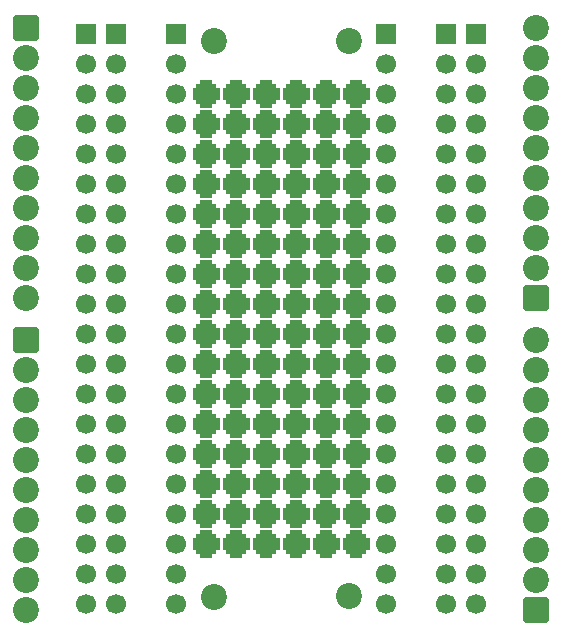
<source format=gbs>
G04 #@! TF.GenerationSoftware,KiCad,Pcbnew,9.0.6*
G04 #@! TF.CreationDate,2026-01-01T23:22:27-06:00*
G04 #@! TF.ProjectId,PiPico_BOB,50695069-636f-45f4-924f-422e6b696361,rev?*
G04 #@! TF.SameCoordinates,Original*
G04 #@! TF.FileFunction,Soldermask,Bot*
G04 #@! TF.FilePolarity,Negative*
%FSLAX46Y46*%
G04 Gerber Fmt 4.6, Leading zero omitted, Abs format (unit mm)*
G04 Created by KiCad (PCBNEW 9.0.6) date 2026-01-01 23:22:27*
%MOMM*%
%LPD*%
G01*
G04 APERTURE LIST*
G04 Aperture macros list*
%AMRoundRect*
0 Rectangle with rounded corners*
0 $1 Rounding radius*
0 $2 $3 $4 $5 $6 $7 $8 $9 X,Y pos of 4 corners*
0 Add a 4 corners polygon primitive as box body*
4,1,4,$2,$3,$4,$5,$6,$7,$8,$9,$2,$3,0*
0 Add four circle primitives for the rounded corners*
1,1,$1+$1,$2,$3*
1,1,$1+$1,$4,$5*
1,1,$1+$1,$6,$7*
1,1,$1+$1,$8,$9*
0 Add four rect primitives between the rounded corners*
20,1,$1+$1,$2,$3,$4,$5,0*
20,1,$1+$1,$4,$5,$6,$7,0*
20,1,$1+$1,$6,$7,$8,$9,0*
20,1,$1+$1,$8,$9,$2,$3,0*%
G04 Aperture macros list end*
%ADD10C,2.200000*%
%ADD11R,1.700000X1.700000*%
%ADD12C,1.700000*%
%ADD13R,0.500000X1.000000*%
%ADD14R,1.000000X0.500000*%
%ADD15R,1.800000X1.800000*%
%ADD16RoundRect,0.249999X0.850001X-0.850001X0.850001X0.850001X-0.850001X0.850001X-0.850001X-0.850001X0*%
%ADD17RoundRect,0.249999X-0.850001X0.850001X-0.850001X-0.850001X0.850001X-0.850001X0.850001X0.850001X0*%
G04 APERTURE END LIST*
D10*
X86431559Y-105976621D03*
D11*
X78161295Y-58337363D03*
D12*
X78161295Y-60877363D03*
X78161295Y-63417363D03*
X78161295Y-65957363D03*
X78161295Y-68497363D03*
X78161295Y-71037363D03*
X78161295Y-73577363D03*
X78161295Y-76117363D03*
X78161295Y-78657363D03*
X78161295Y-81197363D03*
X78161295Y-83737363D03*
X78161295Y-86277363D03*
X78161295Y-88817363D03*
X78161295Y-91357363D03*
X78161295Y-93897363D03*
X78161295Y-96437363D03*
X78161295Y-98977363D03*
X78161295Y-101517363D03*
X78161295Y-104057363D03*
X78161295Y-106597363D03*
D11*
X75621295Y-58337363D03*
D12*
X75621295Y-60877363D03*
X75621295Y-63417363D03*
X75621295Y-65957363D03*
X75621295Y-68497363D03*
X75621295Y-71037363D03*
X75621295Y-73577363D03*
X75621295Y-76117363D03*
X75621295Y-78657363D03*
X75621295Y-81197363D03*
X75621295Y-83737363D03*
X75621295Y-86277363D03*
X75621295Y-88817363D03*
X75621295Y-91357363D03*
X75621295Y-93897363D03*
X75621295Y-96437363D03*
X75621295Y-98977363D03*
X75621295Y-101517363D03*
X75621295Y-104057363D03*
X75621295Y-106597363D03*
D10*
X97830295Y-58969726D03*
X97827603Y-105962449D03*
X86429934Y-58954225D03*
D13*
X97581295Y-101517363D03*
D14*
X98481295Y-100617363D03*
D15*
X98481295Y-101517363D03*
D14*
X98481295Y-102417363D03*
D13*
X99381295Y-101517363D03*
X97581295Y-98977363D03*
D14*
X98481295Y-98077363D03*
D15*
X98481295Y-98977363D03*
D14*
X98481295Y-99877363D03*
D13*
X99381295Y-98977363D03*
X97581295Y-96437363D03*
D14*
X98481295Y-95537363D03*
D15*
X98481295Y-96437363D03*
D14*
X98481295Y-97337363D03*
D13*
X99381295Y-96437363D03*
X97581295Y-93897363D03*
D14*
X98481295Y-92997363D03*
D15*
X98481295Y-93897363D03*
D14*
X98481295Y-94797363D03*
D13*
X99381295Y-93897363D03*
X97581295Y-91357363D03*
D14*
X98481295Y-90457363D03*
D15*
X98481295Y-91357363D03*
D14*
X98481295Y-92257363D03*
D13*
X99381295Y-91357363D03*
X97581295Y-88817363D03*
D14*
X98481295Y-87917363D03*
D15*
X98481295Y-88817363D03*
D14*
X98481295Y-89717363D03*
D13*
X99381295Y-88817363D03*
X97581295Y-86277363D03*
D14*
X98481295Y-85377363D03*
D15*
X98481295Y-86277363D03*
D14*
X98481295Y-87177363D03*
D13*
X99381295Y-86277363D03*
X97581295Y-83737363D03*
D14*
X98481295Y-82837363D03*
D15*
X98481295Y-83737363D03*
D14*
X98481295Y-84637363D03*
D13*
X99381295Y-83737363D03*
X97581295Y-81197363D03*
D14*
X98481295Y-80297363D03*
D15*
X98481295Y-81197363D03*
D14*
X98481295Y-82097363D03*
D13*
X99381295Y-81197363D03*
X97581295Y-78657363D03*
D14*
X98481295Y-77757363D03*
D15*
X98481295Y-78657363D03*
D14*
X98481295Y-79557363D03*
D13*
X99381295Y-78657363D03*
X97581295Y-76117363D03*
D14*
X98481295Y-75217363D03*
D15*
X98481295Y-76117363D03*
D14*
X98481295Y-77017363D03*
D13*
X99381295Y-76117363D03*
X97581295Y-73577363D03*
D14*
X98481295Y-72677363D03*
D15*
X98481295Y-73577363D03*
D14*
X98481295Y-74477363D03*
D13*
X99381295Y-73577363D03*
X97581295Y-71037363D03*
D14*
X98481295Y-70137363D03*
D15*
X98481295Y-71037363D03*
D14*
X98481295Y-71937363D03*
D13*
X99381295Y-71037363D03*
X97581295Y-68497363D03*
D14*
X98481295Y-67597363D03*
D15*
X98481295Y-68497363D03*
D14*
X98481295Y-69397363D03*
D13*
X99381295Y-68497363D03*
X97581295Y-65957363D03*
D14*
X98481295Y-65057363D03*
D15*
X98481295Y-65957363D03*
D14*
X98481295Y-66857363D03*
D13*
X99381295Y-65957363D03*
X97581295Y-63417363D03*
D14*
X98481295Y-62517363D03*
D15*
X98481295Y-63417363D03*
D14*
X98481295Y-64317363D03*
D13*
X99381295Y-63417363D03*
X95041295Y-101517363D03*
D14*
X95941295Y-100617363D03*
D15*
X95941295Y-101517363D03*
D14*
X95941295Y-102417363D03*
D13*
X96841295Y-101517363D03*
X95041295Y-98977363D03*
D14*
X95941295Y-98077363D03*
D15*
X95941295Y-98977363D03*
D14*
X95941295Y-99877363D03*
D13*
X96841295Y-98977363D03*
X95041295Y-96437363D03*
D14*
X95941295Y-95537363D03*
D15*
X95941295Y-96437363D03*
D14*
X95941295Y-97337363D03*
D13*
X96841295Y-96437363D03*
X95041295Y-93897363D03*
D14*
X95941295Y-92997363D03*
D15*
X95941295Y-93897363D03*
D14*
X95941295Y-94797363D03*
D13*
X96841295Y-93897363D03*
X95041295Y-91357363D03*
D14*
X95941295Y-90457363D03*
D15*
X95941295Y-91357363D03*
D14*
X95941295Y-92257363D03*
D13*
X96841295Y-91357363D03*
X95041295Y-88817363D03*
D14*
X95941295Y-87917363D03*
D15*
X95941295Y-88817363D03*
D14*
X95941295Y-89717363D03*
D13*
X96841295Y-88817363D03*
X95041295Y-86277363D03*
D14*
X95941295Y-85377363D03*
D15*
X95941295Y-86277363D03*
D14*
X95941295Y-87177363D03*
D13*
X96841295Y-86277363D03*
X95041295Y-83737363D03*
D14*
X95941295Y-82837363D03*
D15*
X95941295Y-83737363D03*
D14*
X95941295Y-84637363D03*
D13*
X96841295Y-83737363D03*
X95041295Y-81197363D03*
D14*
X95941295Y-80297363D03*
D15*
X95941295Y-81197363D03*
D14*
X95941295Y-82097363D03*
D13*
X96841295Y-81197363D03*
X95041295Y-78657363D03*
D14*
X95941295Y-77757363D03*
D15*
X95941295Y-78657363D03*
D14*
X95941295Y-79557363D03*
D13*
X96841295Y-78657363D03*
X95041295Y-76117363D03*
D14*
X95941295Y-75217363D03*
D15*
X95941295Y-76117363D03*
D14*
X95941295Y-77017363D03*
D13*
X96841295Y-76117363D03*
X95041295Y-73577363D03*
D14*
X95941295Y-72677363D03*
D15*
X95941295Y-73577363D03*
D14*
X95941295Y-74477363D03*
D13*
X96841295Y-73577363D03*
X95041295Y-71037363D03*
D14*
X95941295Y-70137363D03*
D15*
X95941295Y-71037363D03*
D14*
X95941295Y-71937363D03*
D13*
X96841295Y-71037363D03*
X95041295Y-68497363D03*
D14*
X95941295Y-67597363D03*
D15*
X95941295Y-68497363D03*
D14*
X95941295Y-69397363D03*
D13*
X96841295Y-68497363D03*
X95041295Y-65957363D03*
D14*
X95941295Y-65057363D03*
D15*
X95941295Y-65957363D03*
D14*
X95941295Y-66857363D03*
D13*
X96841295Y-65957363D03*
X95041295Y-63417363D03*
D14*
X95941295Y-62517363D03*
D15*
X95941295Y-63417363D03*
D14*
X95941295Y-64317363D03*
D13*
X96841295Y-63417363D03*
X92501295Y-101517363D03*
D14*
X93401295Y-100617363D03*
D15*
X93401295Y-101517363D03*
D14*
X93401295Y-102417363D03*
D13*
X94301295Y-101517363D03*
X92501295Y-98977363D03*
D14*
X93401295Y-98077363D03*
D15*
X93401295Y-98977363D03*
D14*
X93401295Y-99877363D03*
D13*
X94301295Y-98977363D03*
X92501295Y-96437363D03*
D14*
X93401295Y-95537363D03*
D15*
X93401295Y-96437363D03*
D14*
X93401295Y-97337363D03*
D13*
X94301295Y-96437363D03*
X92501295Y-93897363D03*
D14*
X93401295Y-92997363D03*
D15*
X93401295Y-93897363D03*
D14*
X93401295Y-94797363D03*
D13*
X94301295Y-93897363D03*
X92501295Y-91357363D03*
D14*
X93401295Y-90457363D03*
D15*
X93401295Y-91357363D03*
D14*
X93401295Y-92257363D03*
D13*
X94301295Y-91357363D03*
X92501295Y-88817363D03*
D14*
X93401295Y-87917363D03*
D15*
X93401295Y-88817363D03*
D14*
X93401295Y-89717363D03*
D13*
X94301295Y-88817363D03*
X92501295Y-86277363D03*
D14*
X93401295Y-85377363D03*
D15*
X93401295Y-86277363D03*
D14*
X93401295Y-87177363D03*
D13*
X94301295Y-86277363D03*
X92501295Y-83737363D03*
D14*
X93401295Y-82837363D03*
D15*
X93401295Y-83737363D03*
D14*
X93401295Y-84637363D03*
D13*
X94301295Y-83737363D03*
X92501295Y-81197363D03*
D14*
X93401295Y-80297363D03*
D15*
X93401295Y-81197363D03*
D14*
X93401295Y-82097363D03*
D13*
X94301295Y-81197363D03*
X92501295Y-78657363D03*
D14*
X93401295Y-77757363D03*
D15*
X93401295Y-78657363D03*
D14*
X93401295Y-79557363D03*
D13*
X94301295Y-78657363D03*
X92501295Y-76117363D03*
D14*
X93401295Y-75217363D03*
D15*
X93401295Y-76117363D03*
D14*
X93401295Y-77017363D03*
D13*
X94301295Y-76117363D03*
X92501295Y-73577363D03*
D14*
X93401295Y-72677363D03*
D15*
X93401295Y-73577363D03*
D14*
X93401295Y-74477363D03*
D13*
X94301295Y-73577363D03*
X92501295Y-71037363D03*
D14*
X93401295Y-70137363D03*
D15*
X93401295Y-71037363D03*
D14*
X93401295Y-71937363D03*
D13*
X94301295Y-71037363D03*
X92501295Y-68497363D03*
D14*
X93401295Y-67597363D03*
D15*
X93401295Y-68497363D03*
D14*
X93401295Y-69397363D03*
D13*
X94301295Y-68497363D03*
X92501295Y-65957363D03*
D14*
X93401295Y-65057363D03*
D15*
X93401295Y-65957363D03*
D14*
X93401295Y-66857363D03*
D13*
X94301295Y-65957363D03*
X92501295Y-63417363D03*
D14*
X93401295Y-62517363D03*
D15*
X93401295Y-63417363D03*
D14*
X93401295Y-64317363D03*
D13*
X94301295Y-63417363D03*
X89961295Y-101517363D03*
D14*
X90861295Y-100617363D03*
D15*
X90861295Y-101517363D03*
D14*
X90861295Y-102417363D03*
D13*
X91761295Y-101517363D03*
X89961295Y-98977363D03*
D14*
X90861295Y-98077363D03*
D15*
X90861295Y-98977363D03*
D14*
X90861295Y-99877363D03*
D13*
X91761295Y-98977363D03*
X89961295Y-96437363D03*
D14*
X90861295Y-95537363D03*
D15*
X90861295Y-96437363D03*
D14*
X90861295Y-97337363D03*
D13*
X91761295Y-96437363D03*
X89961295Y-93897363D03*
D14*
X90861295Y-92997363D03*
D15*
X90861295Y-93897363D03*
D14*
X90861295Y-94797363D03*
D13*
X91761295Y-93897363D03*
X89961295Y-91357363D03*
D14*
X90861295Y-90457363D03*
D15*
X90861295Y-91357363D03*
D14*
X90861295Y-92257363D03*
D13*
X91761295Y-91357363D03*
X89961295Y-88817363D03*
D14*
X90861295Y-87917363D03*
D15*
X90861295Y-88817363D03*
D14*
X90861295Y-89717363D03*
D13*
X91761295Y-88817363D03*
X89961295Y-86277363D03*
D14*
X90861295Y-85377363D03*
D15*
X90861295Y-86277363D03*
D14*
X90861295Y-87177363D03*
D13*
X91761295Y-86277363D03*
X89961295Y-83737363D03*
D14*
X90861295Y-82837363D03*
D15*
X90861295Y-83737363D03*
D14*
X90861295Y-84637363D03*
D13*
X91761295Y-83737363D03*
X89961295Y-81197363D03*
D14*
X90861295Y-80297363D03*
D15*
X90861295Y-81197363D03*
D14*
X90861295Y-82097363D03*
D13*
X91761295Y-81197363D03*
X89961295Y-78657363D03*
D14*
X90861295Y-77757363D03*
D15*
X90861295Y-78657363D03*
D14*
X90861295Y-79557363D03*
D13*
X91761295Y-78657363D03*
X89961295Y-76117363D03*
D14*
X90861295Y-75217363D03*
D15*
X90861295Y-76117363D03*
D14*
X90861295Y-77017363D03*
D13*
X91761295Y-76117363D03*
X89961295Y-73577363D03*
D14*
X90861295Y-72677363D03*
D15*
X90861295Y-73577363D03*
D14*
X90861295Y-74477363D03*
D13*
X91761295Y-73577363D03*
X89961295Y-71037363D03*
D14*
X90861295Y-70137363D03*
D15*
X90861295Y-71037363D03*
D14*
X90861295Y-71937363D03*
D13*
X91761295Y-71037363D03*
X89961295Y-68497363D03*
D14*
X90861295Y-67597363D03*
D15*
X90861295Y-68497363D03*
D14*
X90861295Y-69397363D03*
D13*
X91761295Y-68497363D03*
X89961295Y-65957363D03*
D14*
X90861295Y-65057363D03*
D15*
X90861295Y-65957363D03*
D14*
X90861295Y-66857363D03*
D13*
X91761295Y-65957363D03*
X89961295Y-63417363D03*
D14*
X90861295Y-62517363D03*
D15*
X90861295Y-63417363D03*
D14*
X90861295Y-64317363D03*
D13*
X91761295Y-63417363D03*
X87421295Y-101517363D03*
D14*
X88321295Y-100617363D03*
D15*
X88321295Y-101517363D03*
D14*
X88321295Y-102417363D03*
D13*
X89221295Y-101517363D03*
X87421295Y-98977363D03*
D14*
X88321295Y-98077363D03*
D15*
X88321295Y-98977363D03*
D14*
X88321295Y-99877363D03*
D13*
X89221295Y-98977363D03*
X87421295Y-96437363D03*
D14*
X88321295Y-95537363D03*
D15*
X88321295Y-96437363D03*
D14*
X88321295Y-97337363D03*
D13*
X89221295Y-96437363D03*
X87421295Y-93897363D03*
D14*
X88321295Y-92997363D03*
D15*
X88321295Y-93897363D03*
D14*
X88321295Y-94797363D03*
D13*
X89221295Y-93897363D03*
X87421295Y-91357363D03*
D14*
X88321295Y-90457363D03*
D15*
X88321295Y-91357363D03*
D14*
X88321295Y-92257363D03*
D13*
X89221295Y-91357363D03*
X87421295Y-88817363D03*
D14*
X88321295Y-87917363D03*
D15*
X88321295Y-88817363D03*
D14*
X88321295Y-89717363D03*
D13*
X89221295Y-88817363D03*
X87421295Y-86277363D03*
D14*
X88321295Y-85377363D03*
D15*
X88321295Y-86277363D03*
D14*
X88321295Y-87177363D03*
D13*
X89221295Y-86277363D03*
X87421295Y-83737363D03*
D14*
X88321295Y-82837363D03*
D15*
X88321295Y-83737363D03*
D14*
X88321295Y-84637363D03*
D13*
X89221295Y-83737363D03*
X87421295Y-81197363D03*
D14*
X88321295Y-80297363D03*
D15*
X88321295Y-81197363D03*
D14*
X88321295Y-82097363D03*
D13*
X89221295Y-81197363D03*
X87421295Y-78657363D03*
D14*
X88321295Y-77757363D03*
D15*
X88321295Y-78657363D03*
D14*
X88321295Y-79557363D03*
D13*
X89221295Y-78657363D03*
X87421295Y-76117363D03*
D14*
X88321295Y-75217363D03*
D15*
X88321295Y-76117363D03*
D14*
X88321295Y-77017363D03*
D13*
X89221295Y-76117363D03*
X87421295Y-73577363D03*
D14*
X88321295Y-72677363D03*
D15*
X88321295Y-73577363D03*
D14*
X88321295Y-74477363D03*
D13*
X89221295Y-73577363D03*
X87421295Y-71037363D03*
D14*
X88321295Y-70137363D03*
D15*
X88321295Y-71037363D03*
D14*
X88321295Y-71937363D03*
D13*
X89221295Y-71037363D03*
X87421295Y-68497363D03*
D14*
X88321295Y-67597363D03*
D15*
X88321295Y-68497363D03*
D14*
X88321295Y-69397363D03*
D13*
X89221295Y-68497363D03*
X87421295Y-65957363D03*
D14*
X88321295Y-65057363D03*
D15*
X88321295Y-65957363D03*
D14*
X88321295Y-66857363D03*
D13*
X89221295Y-65957363D03*
X87421295Y-63417363D03*
D14*
X88321295Y-62517363D03*
D15*
X88321295Y-63417363D03*
D14*
X88321295Y-64317363D03*
D13*
X89221295Y-63417363D03*
D10*
X113721295Y-84237363D03*
X113721295Y-86777363D03*
X113721295Y-89317363D03*
X113721295Y-91857363D03*
X113721295Y-94397363D03*
X113721295Y-96937363D03*
X113721295Y-99477363D03*
X113721295Y-102017363D03*
X113721295Y-104557363D03*
D16*
X113721295Y-107097363D03*
D12*
X83241295Y-106597363D03*
X83241295Y-104057363D03*
X83241295Y-101517363D03*
X83241295Y-98977363D03*
X83241295Y-96437363D03*
X83241295Y-93897363D03*
X83241295Y-91357363D03*
X83241295Y-88817363D03*
X83241295Y-86277363D03*
X83241295Y-83737363D03*
X83241295Y-81197363D03*
X83241295Y-78657363D03*
X83241295Y-76117363D03*
X83241295Y-73577363D03*
X83241295Y-71037363D03*
X83241295Y-68497363D03*
X83241295Y-65957363D03*
X83241295Y-63417363D03*
X83241295Y-60877363D03*
D11*
X83241295Y-58337363D03*
D12*
X106101295Y-106597363D03*
X106101295Y-104057363D03*
X106101295Y-101517363D03*
X106101295Y-98977363D03*
X106101295Y-96437363D03*
X106101295Y-93897363D03*
X106101295Y-91357363D03*
X106101295Y-88817363D03*
X106101295Y-86277363D03*
X106101295Y-83737363D03*
X106101295Y-81197363D03*
X106101295Y-78657363D03*
X106101295Y-76117363D03*
X106101295Y-73577363D03*
X106101295Y-71037363D03*
X106101295Y-68497363D03*
X106101295Y-65957363D03*
X106101295Y-63417363D03*
X106101295Y-60877363D03*
D11*
X106101295Y-58337363D03*
D10*
X70541295Y-107097363D03*
X70541295Y-104557363D03*
X70541295Y-102017364D03*
X70541295Y-99477363D03*
X70541295Y-96937363D03*
X70541295Y-94397363D03*
X70541295Y-91857363D03*
X70541295Y-89317362D03*
X70541295Y-86777363D03*
D17*
X70541295Y-84237363D03*
D12*
X101021295Y-106597363D03*
X101021295Y-104057363D03*
X101021295Y-101517363D03*
X101021295Y-98977363D03*
X101021295Y-96437363D03*
X101021295Y-93897363D03*
X101021295Y-91357363D03*
X101021295Y-88817363D03*
X101021295Y-86277363D03*
X101021295Y-83737363D03*
X101021295Y-81197363D03*
X101021295Y-78657363D03*
X101021295Y-76117363D03*
X101021295Y-73577363D03*
X101021295Y-71037363D03*
X101021295Y-68497363D03*
X101021295Y-65957363D03*
X101021295Y-63417363D03*
X101021295Y-60877363D03*
D11*
X101021295Y-58337363D03*
D10*
X70541295Y-80697363D03*
X70541295Y-78157363D03*
X70541295Y-75617363D03*
X70541295Y-73077363D03*
X70541295Y-70537363D03*
X70541295Y-67997363D03*
X70541295Y-65457363D03*
X70541295Y-62917363D03*
X70541295Y-60377363D03*
D17*
X70541295Y-57837363D03*
D10*
X113721295Y-57837363D03*
X113721295Y-60377363D03*
X113721295Y-62917362D03*
X113721295Y-65457363D03*
X113721295Y-67997363D03*
X113721295Y-70537363D03*
X113721295Y-73077363D03*
X113721295Y-75617364D03*
X113721295Y-78157363D03*
D16*
X113721295Y-80697363D03*
D12*
X108641295Y-106597363D03*
X108641295Y-104057363D03*
X108641295Y-101517363D03*
X108641295Y-98977363D03*
X108641295Y-96437363D03*
X108641295Y-93897363D03*
X108641295Y-91357363D03*
X108641295Y-88817363D03*
X108641295Y-86277363D03*
X108641295Y-83737363D03*
X108641295Y-81197363D03*
X108641295Y-78657363D03*
X108641295Y-76117363D03*
X108641295Y-73577363D03*
X108641295Y-71037363D03*
X108641295Y-68497363D03*
X108641295Y-65957363D03*
X108641295Y-63417363D03*
X108641295Y-60877363D03*
D11*
X108641295Y-58337363D03*
D13*
X84881295Y-101517363D03*
D14*
X85781295Y-100617363D03*
D15*
X85781295Y-101517363D03*
D14*
X85781295Y-102417363D03*
D13*
X86681295Y-101517363D03*
X84881295Y-98977363D03*
D14*
X85781295Y-98077363D03*
D15*
X85781295Y-98977363D03*
D14*
X85781295Y-99877363D03*
D13*
X86681295Y-98977363D03*
X84881295Y-96437363D03*
D14*
X85781295Y-95537363D03*
D15*
X85781295Y-96437363D03*
D14*
X85781295Y-97337363D03*
D13*
X86681295Y-96437363D03*
X84881295Y-93897363D03*
D14*
X85781295Y-92997363D03*
D15*
X85781295Y-93897363D03*
D14*
X85781295Y-94797363D03*
D13*
X86681295Y-93897363D03*
X84881295Y-91357363D03*
D14*
X85781295Y-90457363D03*
D15*
X85781295Y-91357363D03*
D14*
X85781295Y-92257363D03*
D13*
X86681295Y-91357363D03*
X84881295Y-88817363D03*
D14*
X85781295Y-87917363D03*
D15*
X85781295Y-88817363D03*
D14*
X85781295Y-89717363D03*
D13*
X86681295Y-88817363D03*
X84881295Y-86277363D03*
D14*
X85781295Y-85377363D03*
D15*
X85781295Y-86277363D03*
D14*
X85781295Y-87177363D03*
D13*
X86681295Y-86277363D03*
X84881295Y-83737363D03*
D14*
X85781295Y-82837363D03*
D15*
X85781295Y-83737363D03*
D14*
X85781295Y-84637363D03*
D13*
X86681295Y-83737363D03*
X84881295Y-81197363D03*
D14*
X85781295Y-80297363D03*
D15*
X85781295Y-81197363D03*
D14*
X85781295Y-82097363D03*
D13*
X86681295Y-81197363D03*
X84881295Y-78657363D03*
D14*
X85781295Y-77757363D03*
D15*
X85781295Y-78657363D03*
D14*
X85781295Y-79557363D03*
D13*
X86681295Y-78657363D03*
X84881295Y-76117363D03*
D14*
X85781295Y-75217363D03*
D15*
X85781295Y-76117363D03*
D14*
X85781295Y-77017363D03*
D13*
X86681295Y-76117363D03*
X84881295Y-73577363D03*
D14*
X85781295Y-72677363D03*
D15*
X85781295Y-73577363D03*
D14*
X85781295Y-74477363D03*
D13*
X86681295Y-73577363D03*
X84881295Y-71037363D03*
D14*
X85781295Y-70137363D03*
D15*
X85781295Y-71037363D03*
D14*
X85781295Y-71937363D03*
D13*
X86681295Y-71037363D03*
X84881295Y-68497363D03*
D14*
X85781295Y-67597363D03*
D15*
X85781295Y-68497363D03*
D14*
X85781295Y-69397363D03*
D13*
X86681295Y-68497363D03*
X84881295Y-65957363D03*
D14*
X85781295Y-65057363D03*
D15*
X85781295Y-65957363D03*
D14*
X85781295Y-66857363D03*
D13*
X86681295Y-65957363D03*
X84881295Y-63417363D03*
D14*
X85781295Y-62517363D03*
D15*
X85781295Y-63417363D03*
D14*
X85781295Y-64317363D03*
D13*
X86681295Y-63417363D03*
M02*

</source>
